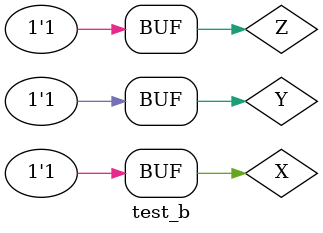
<source format=v>
`timescale 1ns / 1ps


module test_b;
    wire OUT;
    reg X,Y,Z;
    
    b_2 test(
        .x(X),
        .y(Y),
        .z(Z),
        .out(OUT)
        );

initial
begin
        X = 0;Y = 0;Z = 0;
   #10  X = 0;Y = 0;Z = 1;
   #10  X = 0;Y = 1;Z = 0;
   #10  X = 0;Y = 1;Z = 1;
   #10  X = 1;Y = 0;Z = 0;
   #10  X = 1;Y = 0;Z = 1;
   #10  X = 1;Y = 1;Z = 0;
   #10  X = 1;Y = 1;Z = 1;
   
end

endmodule

</source>
